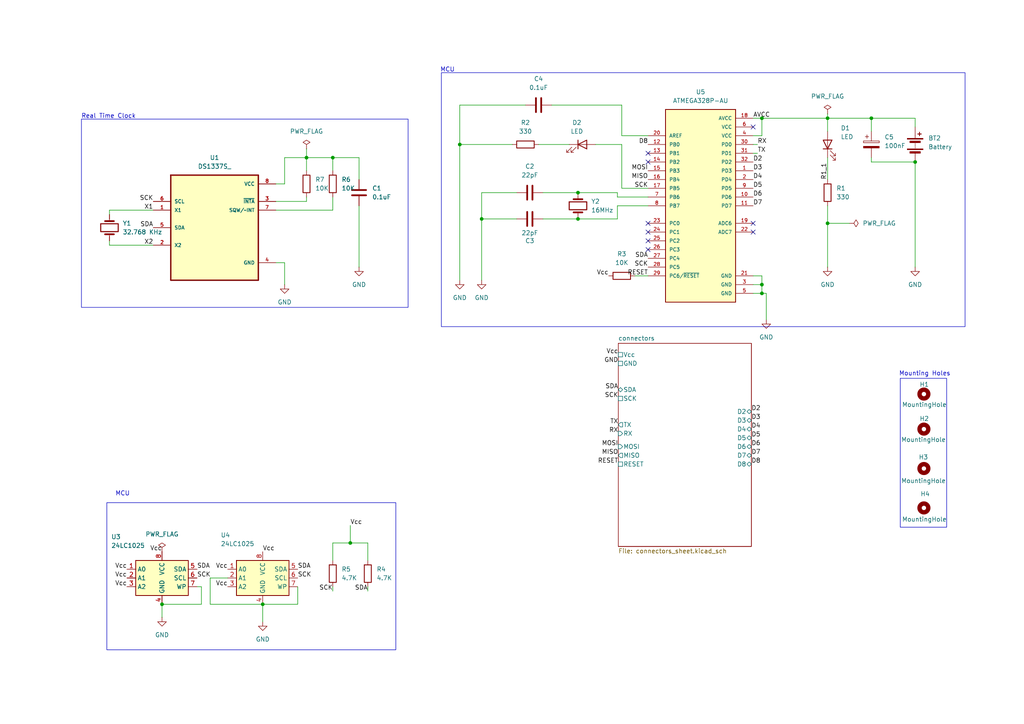
<source format=kicad_sch>
(kicad_sch (version 20231120) (generator "eeschema") (generator_version "8.0")
  (paper "A4")
  (title_block (title "${project_name}") (date "2025-03-16") (rev "1"))
  (lib_symbols
    (symbol "ATMEGA328P-AU_1" (pin_names (offset 1.016))
      (property "Reference" "U5" (at 0 33.02 0))
      (property "Value" "ATMEGA328P-AU" (at 0 30.48 0))
      (symbol "ATMEGA328P-AU_1_0_0"
        (rectangle (start -10.16 -27.94) (end 10.16 27.94) (stroke (width 0.254)) (fill (type background)))
        (pin bidirectional line (at 15.24 10.16 180) (length 5.08) (name "PD3") (number "1"))
        (pin bidirectional line (at 15.24 2.54 180) (length 5.08) (name "PD6") (number "10"))
        (pin bidirectional line (at 15.24 0 180) (length 5.08) (name "PD7") (number "11"))
        (pin bidirectional line (at -15.24 17.78 0) (length 5.08) (name "PB0") (number "12"))
        (pin bidirectional line (at -15.24 15.24 0) (length 5.08) (name "PB1") (number "13"))
        (pin bidirectional line (at -15.24 12.7 0) (length 5.08) (name "PB2") (number "14"))
        (pin bidirectional line (at -15.24 10.16 0) (length 5.08) (name "PB3") (number "15"))
        (pin bidirectional line (at -15.24 7.62 0) (length 5.08) (name "PB4") (number "16"))
        (pin bidirectional line (at -15.24 5.08 0) (length 5.08) (name "PB5") (number "17"))
        (pin power_in line (at 15.24 25.4 180) (length 5.08) (name "AVCC") (number "18"))
        (pin bidirectional line (at 15.24 -5.08 180) (length 5.08) (name "ADC6") (number "19"))
        (pin bidirectional line (at 15.24 7.62 180) (length 5.08) (name "PD4") (number "2"))
        (pin input line (at -15.24 20.32 0) (length 5.08) (name "AREF") (number "20"))
        (pin power_in line (at 15.24 -20.32 180) (length 5.08) (name "GND") (number "21"))
        (pin bidirectional line (at 15.24 -7.62 180) (length 5.08) (name "ADC7") (number "22"))
        (pin bidirectional line (at -15.24 -5.08 0) (length 5.08) (name "PC0") (number "23"))
        (pin bidirectional line (at -15.24 -7.62 0) (length 5.08) (name "PC1") (number "24"))
        (pin bidirectional line (at -15.24 -10.16 0) (length 5.08) (name "PC2") (number "25"))
        (pin bidirectional line (at -15.24 -12.7 0) (length 5.08) (name "PC3") (number "26"))
        (pin bidirectional line (at -15.24 -15.24 0) (length 5.08) (name "PC4") (number "27"))
        (pin bidirectional line (at -15.24 -17.78 0) (length 5.08) (name "PC5") (number "28"))
        (pin bidirectional line (at -15.24 -20.32 0) (length 5.08) (name "PC6/~{RESET}") (number "29"))
        (pin power_in line (at 15.24 -22.86 180) (length 5.08) (name "GND") (number "3"))
        (pin bidirectional line (at 15.24 17.78 180) (length 5.08) (name "PD0") (number "30"))
        (pin bidirectional line (at 15.24 15.24 180) (length 5.08) (name "PD1") (number "31"))
        (pin bidirectional line (at 15.24 12.7 180) (length 5.08) (name "PD2") (number "32"))
        (pin power_in line (at 15.24 20.32 180) (length 5.08) (name "VCC") (number "4"))
        (pin power_in line (at 15.24 -25.4 180) (length 5.08) (name "GND") (number "5"))
        (pin power_in line (at 15.24 22.86 180) (length 5.08) (name "VCC") (number "6"))
        (pin bidirectional line (at -15.24 2.54 0) (length 5.08) (name "PB6") (number "7"))
        (pin bidirectional line (at -15.24 0 0) (length 5.08) (name "PB7") (number "8"))
        (pin bidirectional line (at 15.24 5.08 180) (length 5.08) (name "PD5") (number "9"))
      )
    )
    (symbol "DS1337S_:DS1337S_" (pin_names (offset 1.016))
      (property "Reference" "U" (at -12.7 16.24 0))
      (property "Value" "DS1337S_" (at -12.7 -19.24 0))
      (symbol "DS1337S__0_0"
        (rectangle (start -12.7 -15.24) (end 12.7 15.24) (stroke (width 0.41)) (fill (type background)))
        (pin input line (at -17.78 5.08 0) (length 5.08) (name "X1") (number "1"))
        (pin bidirectional line (at -17.78 -5.08 0) (length 5.08) (name "X2") (number "2"))
        (pin output line (at 17.78 7.62 180) (length 5.08) (name "~{INTA}") (number "3"))
        (pin power_in line (at 17.78 -10.16 180) (length 5.08) (name "GND") (number "4"))
        (pin bidirectional line (at -17.78 0 0) (length 5.08) (name "SDA") (number "5"))
        (pin input line (at -17.78 7.62 0) (length 5.08) (name "SCL") (number "6"))
        (pin output line (at 17.78 5.08 180) (length 5.08) (name "SQW/~INT") (number "7"))
        (pin power_in line (at 17.78 12.7 180) (length 5.08) (name "VCC") (number "8"))
      )
    )
    (symbol "Device:Battery" (pin_numbers hide) (pin_names (offset 0) hide)
      (property "Reference" "BT" (at 2.54 2.54 0))
      (property "Value" "Battery" (at 2.54 0 0))
      (symbol "Battery_0_1"
        (rectangle (start -2.286 -1.27) (end 2.286 -1.524) (fill (type outline)))
        (rectangle (start -2.286 1.778) (end 2.286 1.524) (fill (type outline)))
        (rectangle (start -1.524 -2.032) (end 1.524 -2.54) (fill (type outline)))
        (rectangle (start -1.524 1.016) (end 1.524 0.508) (fill (type outline)))
        (polyline (pts (xy 0 -1.016) (xy 0 -0.762)))
        (polyline (pts (xy 0 -0.508) (xy 0 -0.254)))
        (polyline (pts (xy 0 0) (xy 0 0.254)))
        (polyline (pts (xy 0 1.778) (xy 0 2.54)))
        (polyline (pts (xy 0.762 3.048) (xy 1.778 3.048)) (stroke (width 0.254)))
        (polyline (pts (xy 1.27 3.556) (xy 1.27 2.54)) (stroke (width 0.254)))
      )
      (symbol "Battery_1_1"
        (pin passive line (at 0 5.08 270) (length 2.54) (name "+") (number "1"))
        (pin passive line (at 0 -5.08 90) (length 2.54) (name "-") (number "2"))
      )
    )
    (symbol "Device:C" (pin_numbers hide) (pin_names (offset 0.254))
      (property "Reference" "C" (at 0.635 2.54 0))
      (property "Value" "C" (at 0.635 -2.54 0))
      (symbol "C_0_1"
        (polyline (pts (xy -2.032 -0.762) (xy 2.032 -0.762)) (stroke (width 0.508)))
        (polyline (pts (xy -2.032 0.762) (xy 2.032 0.762)) (stroke (width 0.508)))
      )
      (symbol "C_1_1"
        (pin passive line (at 0 3.81 270) (length 2.794) (name "~") (number "1"))
        (pin passive line (at 0 -3.81 90) (length 2.794) (name "~") (number "2"))
      )
    )
    (symbol "Device:C_Polarized" (pin_numbers hide) (pin_names (offset 0.254))
      (property "Reference" "C" (at 0.635 2.54 0))
      (property "Value" "C_Polarized" (at 0.635 -2.54 0))
      (symbol "C_Polarized_0_1"
        (rectangle (start -2.286 0.508) (end 2.286 1.016))
        (polyline (pts (xy -1.778 2.286) (xy -0.762 2.286)))
        (polyline (pts (xy -1.27 2.794) (xy -1.27 1.778)))
        (rectangle (start 2.286 -0.508) (end -2.286 -1.016) (fill (type outline)))
      )
      (symbol "C_Polarized_1_1"
        (pin passive line (at 0 3.81 270) (length 2.794) (name "~") (number "1"))
        (pin passive line (at 0 -3.81 90) (length 2.794) (name "~") (number "2"))
      )
    )
    (symbol "Device:Crystal" (pin_numbers hide) (pin_names (offset 1.016) hide)
      (property "Reference" "Y" (at 0 3.81 0))
      (property "Value" "Crystal" (at 0 -3.81 0))
      (symbol "Crystal_0_1"
        (rectangle (start -1.143 2.54) (end 1.143 -2.54) (stroke (width 0.3048)))
        (polyline (pts (xy -2.54 0) (xy -1.905 0)))
        (polyline (pts (xy -1.905 -1.27) (xy -1.905 1.27)) (stroke (width 0.508)))
        (polyline (pts (xy 1.905 -1.27) (xy 1.905 1.27)) (stroke (width 0.508)))
        (polyline (pts (xy 2.54 0) (xy 1.905 0)))
      )
      (symbol "Crystal_1_1"
        (pin passive line (at -3.81 0 0) (length 1.27) (name "1") (number "1"))
        (pin passive line (at 3.81 0 180) (length 1.27) (name "2") (number "2"))
      )
    )
    (symbol "Device:LED" (pin_numbers hide) (pin_names (offset 1.016) hide)
      (property "Reference" "D" (at 0 2.54 0))
      (property "Value" "LED" (at 0 -2.54 0))
      (symbol "LED_0_1"
        (polyline (pts (xy -1.27 -1.27) (xy -1.27 1.27)) (stroke (width 0.254)))
        (polyline (pts (xy -1.27 0) (xy 1.27 0)))
        (polyline (pts (xy 1.27 -1.27) (xy 1.27 1.27) (xy -1.27 0) (xy 1.27 -1.27)) (stroke (width 0.254)))
        (polyline (pts (xy -3.048 -0.762) (xy -4.572 -2.286) (xy -3.81 -2.286) (xy -4.572 -2.286) (xy -4.572 -1.524)))
        (polyline (pts (xy -1.778 -0.762) (xy -3.302 -2.286) (xy -2.54 -2.286) (xy -3.302 -2.286) (xy -3.302 -1.524)))
      )
      (symbol "LED_1_1"
        (pin passive line (at -3.81 0 0) (length 2.54) (name "K") (number "1"))
        (pin passive line (at 3.81 0 180) (length 2.54) (name "A") (number "2"))
      )
    )
    (symbol "Device:R" (pin_numbers hide) (pin_names (offset 0))
      (property "Reference" "R" (at 2.032 0 90))
      (property "Value" "R" (at 0 0 90))
      (symbol "R_0_1"
        (rectangle (start -1.016 -2.54) (end 1.016 2.54) (stroke (width 0.254)))
      )
      (symbol "R_1_1"
        (pin passive line (at 0 3.81 270) (length 1.27) (name "~") (number "1"))
        (pin passive line (at 0 -3.81 90) (length 1.27) (name "~") (number "2"))
      )
    )
    (symbol "Mechanical:MountingHole" (pin_names (offset 1.016)) (exclude_from_sim yes) (in_bom no)
      (property "Reference" "H" (at 0 5.08 0))
      (property "Value" "MountingHole" (at 0 3.175 0))
      (symbol "MountingHole_0_1"
        (circle (center 0 0) (radius 1.27) (stroke (width 1.27)))
      )
    )
    (symbol "Memory_EEPROM:24LC1025"
      (property "Reference" "U" (at -6.35 6.35 0))
      (property "Value" "24LC1025" (at 1.27 6.35 0))
      (symbol "24LC1025_1_1"
        (rectangle (start -7.62 5.08) (end 7.62 -5.08) (stroke (width 0.254)) (fill (type background)))
        (pin input line (at -10.16 2.54 0) (length 2.54) (name "A0") (number "1"))
        (pin input line (at -10.16 0 0) (length 2.54) (name "A1") (number "2"))
        (pin input line (at -10.16 -2.54 0) (length 2.54) (name "A2") (number "3"))
        (pin power_in line (at 0 -7.62 90) (length 2.54) (name "GND") (number "4"))
        (pin bidirectional line (at 10.16 2.54 180) (length 2.54) (name "SDA") (number "5"))
        (pin input line (at 10.16 0 180) (length 2.54) (name "SCL") (number "6"))
        (pin input line (at 10.16 -2.54 180) (length 2.54) (name "WP") (number "7"))
        (pin power_in line (at 0 7.62 270) (length 2.54) (name "VCC") (number "8"))
      )
    )
    (symbol "power:GND" (power) (pin_numbers hide) (pin_names (offset 0) hide)
      (property "Value" "GND" (at 0 -3.81 0))
      (symbol "GND_0_1"
        (polyline (pts (xy 0 0) (xy 0 -1.27) (xy 1.27 -1.27) (xy 0 -2.54) (xy -1.27 -1.27) (xy 0 -1.27)))
      )
      (symbol "GND_1_1"
        (pin power_in line (at 0 0 270) (length 0) (name "~") (number "1"))
      )
    )
    (symbol "power:PWR_FLAG" (power) (pin_numbers hide) (pin_names (offset 0) hide)
      (property "Value" "PWR_FLAG" (at 0 3.81 0))
      (symbol "PWR_FLAG_0_0"
        (pin power_out line (at 0 0 90) (length 0) (name "~") (number "1"))
      )
      (symbol "PWR_FLAG_0_1"
        (polyline (pts (xy 0 0) (xy 0 1.27) (xy -1.016 1.905) (xy 0 2.54) (xy 1.016 1.905) (xy 0 1.27)))
      )
    )
  )
  (junction (at 88.9 45.72))
  (junction (at 220.98 82.55))
  (junction (at 167.64 63.5))
  (junction (at 96.52 45.72))
  (junction (at 101.6 157.48))
  (junction (at 240.03 64.77))
  (junction (at 76.2 175.26))
  (junction (at 46.99 175.26))
  (junction (at 139.7 63.5))
  (junction (at 220.98 85.09))
  (junction (at 220.98 34.29))
  (junction (at 167.64 55.88))
  (junction (at 252.73 34.29))
  (junction (at 133.35 41.91))
  (junction (at 265.43 46.99))
  (junction (at 240.03 34.29))
  (no_connect (at 187.96 72.39))
  (no_connect (at 218.44 67.31))
  (no_connect (at 187.96 46.99))
  (no_connect (at 187.96 69.85))
  (no_connect (at 218.44 64.77))
  (no_connect (at 218.44 36.83))
  (no_connect (at 187.96 64.77))
  (no_connect (at 187.96 44.45))
  (no_connect (at 187.96 67.31))
  (wire (pts (xy 104.14 59.69) (xy 104.14 77.47)))
  (wire (pts (xy 240.03 64.77) (xy 240.03 77.47)))
  (wire (pts (xy 133.35 41.91) (xy 148.59 41.91)))
  (wire (pts (xy 220.98 80.01) (xy 220.98 82.55)))
  (wire (pts (xy 157.48 55.88) (xy 167.64 55.88)))
  (wire (pts (xy 133.35 30.48) (xy 152.4 30.48)))
  (wire (pts (xy 179.07 55.88) (xy 179.07 57.15)))
  (wire (pts (xy 80.01 58.42) (xy 88.9 58.42)))
  (wire (pts (xy 82.55 76.2) (xy 82.55 82.55)))
  (wire (pts (xy 80.01 76.2) (xy 82.55 76.2)))
  (wire (pts (xy 240.03 45.72) (xy 240.03 52.07)))
  (wire (pts (xy 265.43 46.99) (xy 265.43 77.47)))
  (wire (pts (xy 57.15 170.18) (xy 58.42 170.18)))
  (wire (pts (xy 88.9 45.72) (xy 88.9 49.53)))
  (wire (pts (xy 104.14 45.72) (xy 104.14 52.07)))
  (wire (pts (xy 82.55 53.34) (xy 80.01 53.34)))
  (wire (pts (xy 133.35 41.91) (xy 133.35 81.28)))
  (wire (pts (xy 106.68 171.45) (xy 106.68 170.18)))
  (wire (pts (xy 139.7 55.88) (xy 139.7 63.5)))
  (wire (pts (xy 46.99 175.26) (xy 46.99 179.07)))
  (wire (pts (xy 220.98 34.29) (xy 240.03 34.29)))
  (wire (pts (xy 218.44 82.55) (xy 220.98 82.55)))
  (wire (pts (xy 60.96 167.64) (xy 66.04 167.64)))
  (wire (pts (xy 222.25 85.09) (xy 222.25 92.71)))
  (wire (pts (xy 156.21 41.91) (xy 165.1 41.91)))
  (wire (pts (xy 219.71 41.91) (xy 218.44 41.91)))
  (wire (pts (xy 96.52 45.72) (xy 96.52 49.53)))
  (wire (pts (xy 133.35 30.48) (xy 133.35 41.91)))
  (wire (pts (xy 76.2 175.26) (xy 76.2 180.34)))
  (wire (pts (xy 180.34 41.91) (xy 172.72 41.91)))
  (wire (pts (xy 101.6 157.48) (xy 106.68 157.48)))
  (wire (pts (xy 240.03 34.29) (xy 240.03 38.1)))
  (wire (pts (xy 167.64 55.88) (xy 179.07 55.88)))
  (wire (pts (xy 252.73 46.99) (xy 265.43 46.99)))
  (wire (pts (xy 96.52 171.45) (xy 96.52 170.18)))
  (wire (pts (xy 76.2 175.26) (xy 86.36 175.26)))
  (wire (pts (xy 167.64 63.5) (xy 179.07 63.5)))
  (wire (pts (xy 240.03 33.02) (xy 240.03 34.29)))
  (wire (pts (xy 240.03 64.77) (xy 246.38 64.77)))
  (wire (pts (xy 220.98 34.29) (xy 220.98 39.37)))
  (wire (pts (xy 179.07 57.15) (xy 187.96 57.15)))
  (wire (pts (xy 88.9 58.42) (xy 88.9 57.15)))
  (wire (pts (xy 60.96 175.26) (xy 76.2 175.26)))
  (wire (pts (xy 252.73 45.72) (xy 252.73 46.99)))
  (wire (pts (xy 101.6 152.4) (xy 101.6 157.48)))
  (wire (pts (xy 218.44 34.29) (xy 220.98 34.29)))
  (wire (pts (xy 58.42 170.18) (xy 58.42 175.26)))
  (wire (pts (xy 218.44 39.37) (xy 220.98 39.37)))
  (wire (pts (xy 106.68 157.48) (xy 106.68 162.56)))
  (wire (pts (xy 180.34 41.91) (xy 180.34 54.61)))
  (wire (pts (xy 219.71 44.45) (xy 218.44 44.45)))
  (wire (pts (xy 157.48 63.5) (xy 167.64 63.5)))
  (wire (pts (xy 96.52 157.48) (xy 96.52 162.56)))
  (wire (pts (xy 180.34 30.48) (xy 180.34 39.37)))
  (wire (pts (xy 252.73 38.1) (xy 252.73 34.29)))
  (wire (pts (xy 160.02 30.48) (xy 180.34 30.48)))
  (wire (pts (xy 220.98 82.55) (xy 220.98 85.09)))
  (wire (pts (xy 31.75 71.12) (xy 44.45 71.12)))
  (wire (pts (xy 139.7 63.5) (xy 149.86 63.5)))
  (wire (pts (xy 179.07 59.69) (xy 179.07 63.5)))
  (wire (pts (xy 88.9 45.72) (xy 96.52 45.72)))
  (wire (pts (xy 86.36 170.18) (xy 86.36 175.26)))
  (wire (pts (xy 179.07 59.69) (xy 187.96 59.69)))
  (wire (pts (xy 240.03 34.29) (xy 252.73 34.29)))
  (wire (pts (xy 31.75 69.85) (xy 31.75 71.12)))
  (wire (pts (xy 218.44 80.01) (xy 220.98 80.01)))
  (wire (pts (xy 218.44 85.09) (xy 220.98 85.09)))
  (wire (pts (xy 82.55 45.72) (xy 82.55 53.34)))
  (wire (pts (xy 82.55 45.72) (xy 88.9 45.72)))
  (wire (pts (xy 60.96 167.64) (xy 60.96 175.26)))
  (wire (pts (xy 31.75 60.96) (xy 31.75 62.23)))
  (wire (pts (xy 240.03 59.69) (xy 240.03 64.77)))
  (wire (pts (xy 252.73 34.29) (xy 265.43 34.29)))
  (wire (pts (xy 80.01 60.96) (xy 96.52 60.96)))
  (wire (pts (xy 265.43 34.29) (xy 265.43 36.83)))
  (wire (pts (xy 220.98 85.09) (xy 222.25 85.09)))
  (wire (pts (xy 88.9 43.18) (xy 88.9 45.72)))
  (wire (pts (xy 96.52 157.48) (xy 101.6 157.48)))
  (wire (pts (xy 180.34 54.61) (xy 187.96 54.61)))
  (wire (pts (xy 46.99 175.26) (xy 58.42 175.26)))
  (wire (pts (xy 96.52 45.72) (xy 104.14 45.72)))
  (wire (pts (xy 139.7 63.5) (xy 139.7 81.28)))
  (wire (pts (xy 96.52 57.15) (xy 96.52 60.96)))
  (wire (pts (xy 139.7 55.88) (xy 149.86 55.88)))
  (wire (pts (xy 184.15 80.01) (xy 187.96 80.01)))
  (wire (pts (xy 180.34 39.37) (xy 187.96 39.37)))
  (wire (pts (xy 31.75 60.96) (xy 44.45 60.96)))
  (rectangle (start 23.622 34.544) (end 118.364 89.154))
  (rectangle (start 261.112 109.728) (end 274.574 152.908))
  (rectangle (start 128.016 21.082) (end 279.908 94.742))
  (rectangle (start 30.988 145.796) (end 114.808 188.468))
  (text "Real Time Clock\n" (at 31.496 33.782 0) (effects (font (size 1.27 1.27))))
  (text "MCU\n" (at 35.56 143.256 0) (effects (font (size 1.27 1.27))))
  (text "MCU\n" (at 129.794 20.32 0) (effects (font (size 1.27 1.27))))
  (text "Mounting Holes\n" (at 268.224 108.458 0) (effects (font (size 1.27 1.27))))
  (label "SCK" (at 179.324 115.57 180))
  (label "Vcc" (at 66.04 170.18 180))
  (label "Vcc" (at 176.53 80.01 180))
  (label "RX" (at 219.71 41.91 0))
  (label "D4" (at 217.932 124.46 0))
  (label "D5" (at 218.44 54.61 0))
  (label "SCK" (at 44.45 58.42 180))
  (label "D5" (at 217.932 127 0))
  (label "SDA" (at 57.15 165.1 0))
  (label "TX" (at 219.71 44.45 0))
  (label "SDA" (at 106.68 171.45 180))
  (label "Vcc" (at 36.83 170.18 180))
  (label "D6" (at 218.44 57.15 0))
  (label "SDA" (at 44.45 66.04 180))
  (label "GND" (at 179.324 105.41 180))
  (label "RESET" (at 179.324 134.62 180))
  (label "D8" (at 217.932 134.62 0))
  (label "SCK" (at 86.36 167.64 0))
  (label "Vcc" (at 36.83 167.64 180))
  (label "RESET" (at 187.96 80.01 180))
  (label "D2" (at 218.44 46.99 0))
  (label "Vcc" (at 76.2 160.02 0))
  (label "X2" (at 44.45 71.12 180))
  (label "D3" (at 218.44 49.53 0))
  (label "MOSI" (at 187.96 49.53 180))
  (label "SCK" (at 187.96 77.47 180))
  (label "MOSI" (at 179.324 129.54 180))
  (label "SDA" (at 187.96 74.93 180))
  (label "SDA" (at 179.324 113.03 180))
  (label "D6" (at 217.932 129.54 0))
  (label "Vcc" (at 101.6 152.4 0))
  (label "Vcc" (at 179.324 102.87 180))
  (label "SCK" (at 187.96 54.61 180))
  (label "D7" (at 217.932 132.08 0))
  (label "MISO" (at 187.96 52.07 180))
  (label "TX" (at 179.324 123.19 180))
  (label "R1_1" (at 240.03 52.07 90))
  (label "Vcc" (at 36.83 165.1 180))
  (label "Vcc" (at 46.99 160.02 180))
  (label "Vcc" (at 66.04 165.1 180))
  (label "MISO" (at 179.324 132.08 180))
  (label "D7" (at 218.44 59.69 0))
  (label "AVCC" (at 218.44 34.29 0))
  (label "D4" (at 218.44 52.07 0))
  (label "SCK" (at 57.15 167.64 0))
  (label "RX" (at 179.324 125.73 180))
  (label "SCK" (at 96.52 171.45 180))
  (label "SDA" (at 86.36 165.1 0))
  (label "D8" (at 187.96 41.91 180))
  (label "X1" (at 44.45 60.96 180))
  (label "D3" (at 217.932 121.92 0))
  (label "D2" (at 217.932 119.38 0))
  (symbol (lib_id "Device:LED") (at 240.03 41.91 90) (unit 1)
    (property "Reference" "D1" (at 243.84 37.1474 90) (effects (justify right)))
    (property "Value" "LED" (at 243.84 39.6874 90) (effects (justify right)))
    (property "Footprint" "LED_SMD:LED_0805_2012Metric" (effects (hide yes)))
    (property "Description" "Light emitting diode" (effects (hide yes)))
  )
  (symbol (lib_id "Device:R") (at 96.52 166.37 0) (unit 1)
    (property "Reference" "R5" (at 99.06 165.0999 0) (effects (justify left)))
    (property "Value" "4.7K" (at 99.06 167.6399 0) (effects (justify left)))
    (property "Footprint" "Resistor_SMD:R_0805_2012Metric" (effects (hide yes)))
    (property "Description" "Resistor" (effects (hide yes)))
  )
  (symbol (lib_name "ATMEGA328P-AU_1") (lib_id "ATMEGA328P-AU:ATMEGA328P-AU") (at 203.2 59.69 0) (unit 1)
    (property "Reference" "U5" (at 203.2 26.67 0))
    (property "Value" "ATMEGA328P-AU" (at 203.2 29.21 0))
    (property "Footprint" "Atmega_328P:QFP80P900X900X120-32N" (effects (hide yes)))
    (property "MF" "Microchip" (effects (hide yes)))
    (property "MAXIMUM_PACKAGE_HEIGHT" "1.20mm" (effects (hide yes)))
    (property "Package" "TQFP-32 Microchip" (effects (hide yes)))
    (property "Price" "None" (effects (hide yes)))
    (property "Check_prices" "https://www.snapeda.com/parts/ATMEGA328P-AU/Microchip/view-part/?ref=eda" (effects (hide yes)))
    (property "STANDARD" "IPC-7351B" (effects (hide yes)))
    (property "PARTREV" "8271A" (effects (hide yes)))
    (property "SnapEDA_Link" "https://www.snapeda.com/parts/ATMEGA328P-AU/Microchip/view-part/?ref=snap" (effects (hide yes)))
    (property "MP" "ATMEGA328P-AU" (effects (hide yes)))
    (property "Description_1" "\n                        \n                            AVR AVR® ATmega Microcontroller IC 8-Bit 20MHz 32KB (16K x 16) FLASH 32-TQFP (7x7)\n                        \n" (effects (hide yes)))
    (property "Availability" "In Stock" (effects (hide yes)))
    (property "MANUFACTURER" "Microchip" (effects (hide yes)))
  )
  (symbol (lib_id "power:GND") (at 133.35 81.28 0) (unit 1)
    (property "Reference" "#PWR04" (effects (hide yes)))
    (property "Value" "GND" (at 133.35 86.36 0))
    (property "Description" "Power symbol creates a global label with name \"GND\" , ground" (effects (hide yes)))
  )
  (symbol (lib_id "power:GND") (at 222.25 92.71 0) (unit 1)
    (property "Reference" "#PWR05" (effects (hide yes)))
    (property "Value" "GND" (at 222.25 97.79 0))
    (property "Description" "Power symbol creates a global label with name \"GND\" , ground" (effects (hide yes)))
  )
  (symbol (lib_id "power:PWR_FLAG") (at 240.03 33.02 0) (unit 1)
    (property "Reference" "#FLG02" (effects (hide yes)))
    (property "Value" "PWR_FLAG" (at 240.03 27.94 0))
    (property "Description" "Special symbol for telling ERC where power comes from" (effects (hide yes)))
  )
  (symbol (lib_id "power:GND") (at 46.99 179.07 0) (unit 1)
    (property "Reference" "#PWR08" (effects (hide yes)))
    (property "Value" "GND" (at 46.99 184.15 0))
    (property "Description" "Power symbol creates a global label with name \"GND\" , ground" (effects (hide yes)))
  )
  (symbol (lib_id "Mechanical:MountingHole") (at 267.97 124.46 0) (unit 1) (exclude_from_sim yes) (in_bom no)
    (property "Reference" "H2" (at 266.7 121.412 0) (effects (justify left)))
    (property "Value" "MountingHole" (at 261.366 127.508 0) (effects (justify left)))
    (property "Footprint" "MountingHole:MountingHole_2.1mm" (effects (hide yes)))
    (property "Description" "Mounting Hole without connection" (effects (hide yes)))
  )
  (symbol (lib_id "Device:R") (at 106.68 166.37 0) (unit 1)
    (property "Reference" "R4" (at 109.22 165.0999 0) (effects (justify left)))
    (property "Value" "4.7K" (at 109.22 167.6399 0) (effects (justify left)))
    (property "Footprint" "Resistor_SMD:R_0805_2012Metric" (effects (hide yes)))
    (property "Description" "Resistor" (effects (hide yes)))
  )
  (symbol (lib_id "Memory_EEPROM:24LC1025") (at 46.99 167.64 0) (unit 1)
    (property "Reference" "U3" (at 32.258 155.702 0) (effects (justify left)))
    (property "Value" "24LC1025" (at 32.258 158.242 0) (effects (justify left)))
    (property "Footprint" "Package_SO:SOIC-8_5.23x5.23mm_P1.27mm" (effects (hide yes)))
    (property "Datasheet" "http://ww1.microchip.com/downloads/en/DeviceDoc/21941B.pdf" (effects (hide yes)))
    (property "Description" "I2C Serial EEPROM, 1024Kb, DIP-8/SOIC-8/TSSOP-8/DFN-8" (effects (hide yes)))
  )
  (symbol (lib_id "Mechanical:MountingHole") (at 267.97 147.32 0) (unit 1) (exclude_from_sim yes) (in_bom no)
    (property "Reference" "H4" (at 266.954 143.256 0) (effects (justify left)))
    (property "Value" "MountingHole" (at 261.62 150.622 0) (effects (justify left)))
    (property "Footprint" "MountingHole:MountingHole_2.1mm" (effects (hide yes)))
    (property "Description" "Mounting Hole without connection" (effects (hide yes)))
  )
  (symbol (lib_id "power:GND") (at 104.14 77.47 0) (unit 1)
    (property "Reference" "#PWR01" (effects (hide yes)))
    (property "Value" "GND" (at 104.14 82.55 0))
    (property "Description" "Power symbol creates a global label with name \"GND\" , ground" (effects (hide yes)))
  )
  (symbol (lib_id "DS1337S_:DS1337S_") (at 62.23 66.04 0) (unit 1)
    (property "Reference" "U1" (at 62.23 45.72 0))
    (property "Value" "DS1337S_" (at 62.23 48.26 0))
    (property "Footprint" "530002B02500G:DS1337" (effects (hide yes)))
    (property "MF" "Analog Devices" (effects (hide yes)))
    (property "Description_1" "\n                        \n                            I²C Serial Real-Time Clock\n                        \n" (effects (hide yes)))
    (property "Package" "SOIC-8 Maxim" (effects (hide yes)))
    (property "Price" "None" (effects (hide yes)))
    (property "SnapEDA_Link" "https://www.snapeda.com/parts/DS1337S+/Analog+Devices/view-part/?ref=snap" (effects (hide yes)))
    (property "MP" "DS1337S+" (effects (hide yes)))
    (property "Availability" "In Stock" (effects (hide yes)))
    (property "Check_prices" "https://www.snapeda.com/parts/DS1337S+/Analog+Devices/view-part/?ref=eda" (effects (hide yes)))
  )
  (symbol (lib_id "power:GND") (at 76.2 180.34 0) (unit 1)
    (property "Reference" "#PWR07" (effects (hide yes)))
    (property "Value" "GND" (at 76.2 185.42 0))
    (property "Description" "Power symbol creates a global label with name \"GND\" , ground" (effects (hide yes)))
  )
  (symbol (lib_id "Mechanical:MountingHole") (at 267.97 135.89 0) (unit 1) (exclude_from_sim yes) (in_bom no)
    (property "Reference" "H3" (at 266.446 132.588 0) (effects (justify left)))
    (property "Value" "MountingHole" (at 261.366 139.446 0) (effects (justify left)))
    (property "Footprint" "MountingHole:MountingHole_2.1mm" (effects (hide yes)))
    (property "Description" "Mounting Hole without connection" (effects (hide yes)))
  )
  (symbol (lib_id "Memory_EEPROM:24LC1025") (at 76.2 167.64 0) (unit 1)
    (property "Reference" "U4" (at 64.008 155.194 0) (effects (justify left)))
    (property "Value" "24LC1025" (at 64.008 157.734 0) (effects (justify left)))
    (property "Footprint" "Package_SO:SOIC-8_5.23x5.23mm_P1.27mm" (effects (hide yes)))
    (property "Datasheet" "http://ww1.microchip.com/downloads/en/DeviceDoc/21941B.pdf" (effects (hide yes)))
    (property "Description" "I2C Serial EEPROM, 1024Kb, DIP-8/SOIC-8/TSSOP-8/DFN-8" (effects (hide yes)))
  )
  (symbol (lib_id "Device:Crystal") (at 31.75 66.04 90) (unit 1)
    (property "Reference" "Y1" (at 35.56 64.7699 90) (effects (justify right)))
    (property "Value" "32.768 KHz" (at 35.56 67.3099 90) (effects (justify right)))
    (property "Footprint" "Crystal:Crystal_SMD_5032-2Pin_5.0x3.2mm_HandSoldering" (effects (hide yes)))
    (property "Description" "Two pin crystal" (effects (hide yes)))
  )
  (symbol (lib_id "power:PWR_FLAG") (at 46.99 160.02 0) (unit 1)
    (property "Reference" "#FLG04" (effects (hide yes)))
    (property "Value" "PWR_FLAG" (at 46.99 154.94 0))
    (property "Description" "Special symbol for telling ERC where power comes from" (effects (hide yes)))
  )
  (symbol (lib_id "Device:R") (at 152.4 41.91 90) (unit 1)
    (property "Reference" "R2" (at 152.4 35.56 90))
    (property "Value" "330" (at 152.4 38.1 90))
    (property "Footprint" "Resistor_SMD:R_0805_2012Metric" (effects (hide yes)))
    (property "Description" "Resistor" (effects (hide yes)))
  )
  (symbol (lib_id "power:PWR_FLAG") (at 246.38 64.77 270) (unit 1)
    (property "Reference" "#FLG01" (effects (hide yes)))
    (property "Value" "PWR_FLAG" (at 250.19 64.7699 90) (effects (justify left)))
    (property "Description" "Special symbol for telling ERC where power comes from" (effects (hide yes)))
  )
  (symbol (lib_id "Mechanical:MountingHole") (at 267.97 114.3 0) (unit 1) (exclude_from_sim yes) (in_bom no)
    (property "Reference" "H1" (at 266.7 111.506 0) (effects (justify left)))
    (property "Value" "MountingHole" (at 261.62 117.348 0) (effects (justify left)))
    (property "Footprint" "MountingHole:MountingHole_2.1mm" (effects (hide yes)))
    (property "Description" "Mounting Hole without connection" (effects (hide yes)))
  )
  (symbol (lib_id "power:GND") (at 139.7 81.28 0) (unit 1)
    (property "Reference" "#PWR03" (effects (hide yes)))
    (property "Value" "GND" (at 139.7 86.36 0))
    (property "Description" "Power symbol creates a global label with name \"GND\" , ground" (effects (hide yes)))
  )
  (symbol (lib_id "Device:C") (at 156.21 30.48 90) (unit 1)
    (property "Reference" "C4" (at 156.21 22.86 90))
    (property "Value" "0.1uF" (at 156.21 25.4 90))
    (property "Footprint" "Capacitor_SMD:C_0805_2012Metric" (effects (hide yes)))
    (property "Description" "Unpolarized capacitor" (effects (hide yes)))
  )
  (symbol (lib_id "Device:C") (at 153.67 55.88 90) (unit 1)
    (property "Reference" "C2" (at 153.67 48.26 90))
    (property "Value" "22pF" (at 153.67 50.8 90))
    (property "Footprint" "Capacitor_SMD:C_0805_2012Metric" (effects (hide yes)))
    (property "Description" "Unpolarized capacitor" (effects (hide yes)))
  )
  (symbol (lib_id "power:PWR_FLAG") (at 88.9 43.18 0) (unit 1)
    (property "Reference" "#FLG03" (effects (hide yes)))
    (property "Value" "PWR_FLAG" (at 88.9 38.1 0))
    (property "Description" "Special symbol for telling ERC where power comes from" (effects (hide yes)))
  )
  (symbol (lib_id "power:GND") (at 82.55 82.55 0) (unit 1)
    (property "Reference" "#PWR02" (effects (hide yes)))
    (property "Value" "GND" (at 82.55 87.63 0))
    (property "Description" "Power symbol creates a global label with name \"GND\" , ground" (effects (hide yes)))
  )
  (symbol (lib_id "Device:R") (at 240.03 55.88 0) (unit 1)
    (property "Reference" "R1" (at 242.57 54.6099 0) (effects (justify left)))
    (property "Value" "330" (at 242.57 57.1499 0) (effects (justify left)))
    (property "Footprint" "Resistor_SMD:R_0805_2012Metric" (effects (hide yes)))
    (property "Description" "Resistor" (effects (hide yes)))
  )
  (symbol (lib_id "Device:C") (at 104.14 55.88 0) (unit 1)
    (property "Reference" "C1" (at 107.95 54.6099 0) (effects (justify left)))
    (property "Value" "0.1uF" (at 107.95 57.1499 0) (effects (justify left)))
    (property "Footprint" "Capacitor_SMD:C_0805_2012Metric" (effects (hide yes)))
    (property "Description" "Unpolarized capacitor" (effects (hide yes)))
  )
  (symbol (lib_id "Device:Battery") (at 265.43 41.91 0) (unit 1)
    (property "Reference" "BT2" (at 269.24 40.0684 0) (effects (justify left)))
    (property "Value" "Battery" (at 269.24 42.6084 0) (effects (justify left)))
    (property "Footprint" "Connector_PinHeader_2.54mm:PinHeader_1x02_P2.54mm_Vertical" (effects (hide yes)))
    (property "Description" "Multiple-cell battery" (effects (hide yes)))
  )
  (symbol (lib_id "Device:R") (at 180.34 80.01 90) (unit 1)
    (property "Reference" "R3" (at 180.34 73.66 90))
    (property "Value" "10K" (at 180.34 76.2 90))
    (property "Footprint" "Resistor_SMD:R_0805_2012Metric" (effects (hide yes)))
    (property "Description" "Resistor" (effects (hide yes)))
  )
  (symbol (lib_id "power:GND") (at 265.43 77.47 0) (unit 1)
    (property "Reference" "#PWR09" (effects (hide yes)))
    (property "Value" "GND" (at 265.43 82.55 0))
    (property "Description" "Power symbol creates a global label with name \"GND\" , ground" (effects (hide yes)))
  )
  (symbol (lib_id "Device:Crystal") (at 167.64 59.69 90) (unit 1)
    (property "Reference" "Y2" (at 171.45 58.4199 90) (effects (justify right)))
    (property "Value" "16MHz" (at 171.45 60.9599 90) (effects (justify right)))
    (property "Footprint" "Crystal:Crystal_SMD_5032-2Pin_5.0x3.2mm_HandSoldering" (effects (hide yes)))
    (property "Description" "Two pin crystal" (effects (hide yes)))
  )
  (symbol (lib_id "power:GND") (at 240.03 77.47 0) (unit 1)
    (property "Reference" "#PWR06" (effects (hide yes)))
    (property "Value" "GND" (at 240.03 82.55 0))
    (property "Description" "Power symbol creates a global label with name \"GND\" , ground" (effects (hide yes)))
  )
  (symbol (lib_id "Device:R") (at 96.52 53.34 0) (unit 1)
    (property "Reference" "R6" (at 99.06 52.0699 0) (effects (justify left)))
    (property "Value" "10K" (at 99.06 54.6099 0) (effects (justify left)))
    (property "Footprint" "Resistor_SMD:R_0805_2012Metric" (effects (hide yes)))
    (property "Description" "Resistor" (effects (hide yes)))
  )
  (symbol (lib_id "Device:C") (at 153.67 63.5 90) (unit 1)
    (property "Reference" "C3" (at 153.67 69.85 90))
    (property "Value" "22pF" (at 153.67 67.564 90))
    (property "Footprint" "Capacitor_SMD:C_0805_2012Metric" (effects (hide yes)))
    (property "Description" "Unpolarized capacitor" (effects (hide yes)))
  )
  (symbol (lib_id "Device:C_Polarized") (at 252.73 41.91 0) (unit 1)
    (property "Reference" "C5" (at 256.54 39.7509 0) (effects (justify left)))
    (property "Value" "100nF" (at 256.54 42.2909 0) (effects (justify left)))
    (property "Footprint" "LED_SMD:LED_0805_2012Metric" (effects (hide yes)))
    (property "Description" "Polarized capacitor" (effects (hide yes)))
  )
  (symbol (lib_id "Device:LED") (at 168.91 41.91 0) (unit 1)
    (property "Reference" "D2" (at 167.3225 35.56 0))
    (property "Value" "LED" (at 167.3225 38.1 0))
    (property "Footprint" "LED_SMD:LED_0805_2012Metric" (effects (hide yes)))
    (property "Description" "Light emitting diode" (effects (hide yes)))
  )
  (symbol (lib_id "Device:R") (at 88.9 53.34 0) (unit 1)
    (property "Reference" "R7" (at 91.44 52.0699 0) (effects (justify left)))
    (property "Value" "10K" (at 91.44 54.6099 0) (effects (justify left)))
    (property "Footprint" "Resistor_SMD:R_0805_2012Metric" (effects (hide yes)))
    (property "Description" "Resistor" (effects (hide yes)))
  )
  (sheet (at 179.324 99.568) (size 38.608 58.928) (stroke (width 0.1524))
    (property "Sheetname" "connectors" (at 179.324 98.8564 0) (effects (justify left bottom)))
    (property "Sheetfile" "connectors_sheet.kicad_sch" (at 179.324 159.0806 0) (effects (justify left top)))
    (pin "GND" passive (at 179.324 105.41 180))
    (pin "Vcc" passive (at 179.324 102.87 180))
    (pin "D2" tri_state (at 217.932 119.38 0))
    (pin "D5" tri_state (at 217.932 127 0))
    (pin "D3" tri_state (at 217.932 121.92 0))
    (pin "D4" tri_state (at 217.932 124.46 0))
    (pin "RX" input (at 179.324 125.73 180))
    (pin "TX" output (at 179.324 123.19 180))
    (pin "SDA" tri_state (at 179.324 113.03 180))
    (pin "SCK" passive (at 179.324 115.57 180))
    (pin "D6" tri_state (at 217.932 129.54 0))
    (pin "D7" tri_state (at 217.932 132.08 0))
    (pin "D8" tri_state (at 217.932 134.62 0))
    (pin "RESET" passive (at 179.324 134.62 180))
    (pin "MOSI" input (at 179.324 129.54 180))
    (pin "MISO" output (at 179.324 132.08 180))
  )
)
</source>
